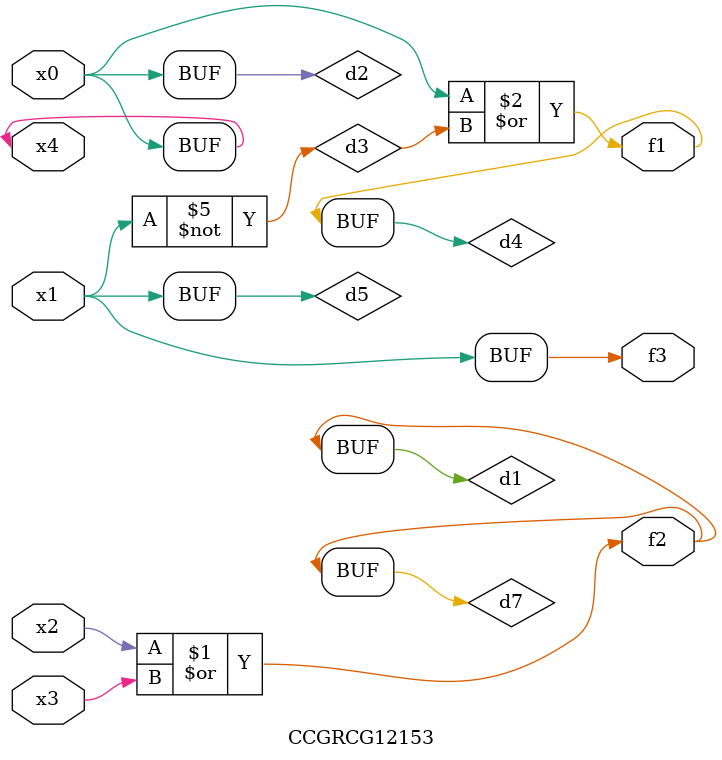
<source format=v>
module CCGRCG12153(
	input x0, x1, x2, x3, x4,
	output f1, f2, f3
);

	wire d1, d2, d3, d4, d5, d6, d7;

	or (d1, x2, x3);
	buf (d2, x0, x4);
	not (d3, x1);
	or (d4, d2, d3);
	not (d5, d3);
	nand (d6, d1, d3);
	or (d7, d1);
	assign f1 = d4;
	assign f2 = d7;
	assign f3 = d5;
endmodule

</source>
